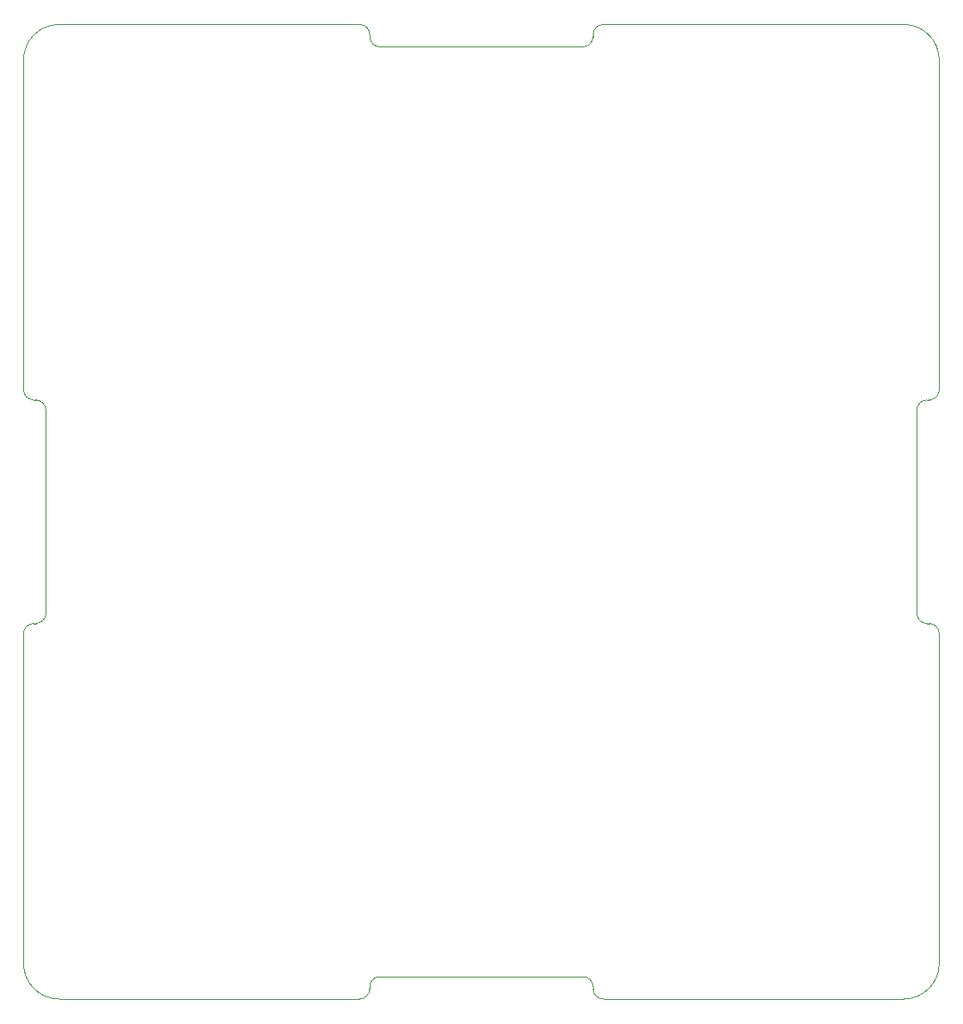
<source format=gm1>
%TF.GenerationSoftware,KiCad,Pcbnew,7.0.6*%
%TF.CreationDate,2023-08-29T11:28:15+01:00*%
%TF.ProjectId,SiPM_output,5369504d-5f6f-4757-9470-75742e6b6963,2.2*%
%TF.SameCoordinates,Original*%
%TF.FileFunction,Profile,NP*%
%FSLAX46Y46*%
G04 Gerber Fmt 4.6, Leading zero omitted, Abs format (unit mm)*
G04 Created by KiCad (PCBNEW 7.0.6) date 2023-08-29 11:28:15*
%MOMM*%
%LPD*%
G01*
G04 APERTURE LIST*
%TA.AperFunction,Profile*%
%ADD10C,0.120000*%
%TD*%
G04 APERTURE END LIST*
D10*
%TO.C,U8*%
X52760000Y-89735000D02*
X52760000Y-57290000D01*
X52760000Y-113735000D02*
X52760000Y-146180000D01*
X53760000Y-90735000D02*
X53960000Y-90735000D01*
X53960000Y-112735000D02*
X53760000Y-112735000D01*
X54960000Y-91735000D02*
X54960000Y-111735000D01*
X56260000Y-53790000D02*
X85845000Y-53790000D01*
X85845000Y-149680000D02*
X56260000Y-149680000D01*
X86845000Y-54990000D02*
X86845000Y-54790000D01*
X86845000Y-148480000D02*
X86845000Y-148680000D01*
X87845000Y-55990000D02*
X107845000Y-55990000D01*
X107845000Y-147480000D02*
X87845000Y-147480000D01*
X108845000Y-54990000D02*
X108845000Y-54790000D01*
X108845000Y-148680000D02*
X108845000Y-148480000D01*
X109845000Y-53790000D02*
X139430000Y-53790000D01*
X139430000Y-149680000D02*
X109845000Y-149680000D01*
X140730000Y-91735000D02*
X140730000Y-111735000D01*
X141730000Y-112735000D02*
X141930000Y-112735000D01*
X141930000Y-90735000D02*
X141730000Y-90735000D01*
X142930000Y-57290000D02*
X142930000Y-89735000D01*
X142930000Y-113735000D02*
X142930000Y-146180000D01*
X56260000Y-53790000D02*
G75*
G03*
X52760000Y-57290000I-1J-3499999D01*
G01*
X53760000Y-112735000D02*
G75*
G03*
X52760000Y-113735000I-1J-999999D01*
G01*
X52760000Y-89735000D02*
G75*
G03*
X53760000Y-90735000I999999J-1D01*
G01*
X54960000Y-91735000D02*
G75*
G03*
X53960000Y-90735000I-999999J1D01*
G01*
X53960000Y-112735000D02*
G75*
G03*
X54960000Y-111735000I1J999999D01*
G01*
X52760000Y-146180000D02*
G75*
G03*
X56260000Y-149680000I3499999J-1D01*
G01*
X86845000Y-54790000D02*
G75*
G03*
X85845000Y-53790000I-1000000J0D01*
G01*
X87845000Y-147480000D02*
G75*
G03*
X86845000Y-148480000I0J-1000000D01*
G01*
X85845000Y-149680000D02*
G75*
G03*
X86845000Y-148680000I0J1000000D01*
G01*
X86845000Y-54990000D02*
G75*
G03*
X87845000Y-55990000I1000000J0D01*
G01*
X108845000Y-148480000D02*
G75*
G03*
X107845000Y-147480000I-1000000J0D01*
G01*
X109845000Y-53790000D02*
G75*
G03*
X108845000Y-54790000I0J-1000000D01*
G01*
X107845000Y-55990000D02*
G75*
G03*
X108845000Y-54990000I0J1000000D01*
G01*
X108845000Y-148680000D02*
G75*
G03*
X109845000Y-149680000I1000000J0D01*
G01*
X142930000Y-57290000D02*
G75*
G03*
X139430000Y-53790000I-3500000J0D01*
G01*
X141730000Y-90735000D02*
G75*
G03*
X140730000Y-91735000I0J-1000000D01*
G01*
X140730000Y-111735000D02*
G75*
G03*
X141730000Y-112735000I1000000J0D01*
G01*
X142930000Y-113735000D02*
G75*
G03*
X141930000Y-112735000I-1000000J0D01*
G01*
X141930000Y-90735000D02*
G75*
G03*
X142930000Y-89735000I0J1000000D01*
G01*
X139430000Y-149680000D02*
G75*
G03*
X142930000Y-146180000I0J3500000D01*
G01*
%TD*%
M02*

</source>
